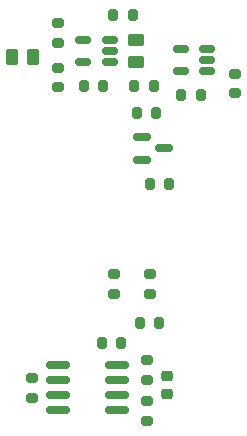
<source format=gbr>
%TF.GenerationSoftware,KiCad,Pcbnew,7.0.11-rc3*%
%TF.CreationDate,2025-03-16T23:25:47+08:00*%
%TF.ProjectId,cooling_DAQ,636f6f6c-696e-4675-9f44-41512e6b6963,rev?*%
%TF.SameCoordinates,Original*%
%TF.FileFunction,Paste,Bot*%
%TF.FilePolarity,Positive*%
%FSLAX46Y46*%
G04 Gerber Fmt 4.6, Leading zero omitted, Abs format (unit mm)*
G04 Created by KiCad (PCBNEW 7.0.11-rc3) date 2025-03-16 23:25:47*
%MOMM*%
%LPD*%
G01*
G04 APERTURE LIST*
G04 Aperture macros list*
%AMRoundRect*
0 Rectangle with rounded corners*
0 $1 Rounding radius*
0 $2 $3 $4 $5 $6 $7 $8 $9 X,Y pos of 4 corners*
0 Add a 4 corners polygon primitive as box body*
4,1,4,$2,$3,$4,$5,$6,$7,$8,$9,$2,$3,0*
0 Add four circle primitives for the rounded corners*
1,1,$1+$1,$2,$3*
1,1,$1+$1,$4,$5*
1,1,$1+$1,$6,$7*
1,1,$1+$1,$8,$9*
0 Add four rect primitives between the rounded corners*
20,1,$1+$1,$2,$3,$4,$5,0*
20,1,$1+$1,$4,$5,$6,$7,0*
20,1,$1+$1,$6,$7,$8,$9,0*
20,1,$1+$1,$8,$9,$2,$3,0*%
G04 Aperture macros list end*
%ADD10RoundRect,0.200000X-0.275000X0.200000X-0.275000X-0.200000X0.275000X-0.200000X0.275000X0.200000X0*%
%ADD11RoundRect,0.200000X0.200000X0.275000X-0.200000X0.275000X-0.200000X-0.275000X0.200000X-0.275000X0*%
%ADD12RoundRect,0.225000X0.250000X-0.225000X0.250000X0.225000X-0.250000X0.225000X-0.250000X-0.225000X0*%
%ADD13RoundRect,0.200000X-0.200000X-0.275000X0.200000X-0.275000X0.200000X0.275000X-0.200000X0.275000X0*%
%ADD14RoundRect,0.150000X0.512500X0.150000X-0.512500X0.150000X-0.512500X-0.150000X0.512500X-0.150000X0*%
%ADD15RoundRect,0.250000X0.262500X0.450000X-0.262500X0.450000X-0.262500X-0.450000X0.262500X-0.450000X0*%
%ADD16RoundRect,0.150000X-0.587500X-0.150000X0.587500X-0.150000X0.587500X0.150000X-0.587500X0.150000X0*%
%ADD17RoundRect,0.200000X0.275000X-0.200000X0.275000X0.200000X-0.275000X0.200000X-0.275000X-0.200000X0*%
%ADD18RoundRect,0.250000X-0.450000X0.262500X-0.450000X-0.262500X0.450000X-0.262500X0.450000X0.262500X0*%
%ADD19RoundRect,0.150000X-0.825000X-0.150000X0.825000X-0.150000X0.825000X0.150000X-0.825000X0.150000X0*%
G04 APERTURE END LIST*
D10*
%TO.C,R9*%
X145000000Y-102925000D03*
X145000000Y-104575000D03*
%TD*%
D11*
%TO.C,R7*%
X148825000Y-104500000D03*
X147175000Y-104500000D03*
%TD*%
D12*
%TO.C,C15*%
X154200000Y-130575000D03*
X154200000Y-129025000D03*
%TD*%
D13*
%TO.C,R6*%
X151425000Y-104500000D03*
X153075000Y-104500000D03*
%TD*%
%TO.C,R14*%
X152750000Y-112750000D03*
X154400000Y-112750000D03*
%TD*%
D14*
%TO.C,U2*%
X157637500Y-101300000D03*
X157637500Y-102250000D03*
X157637500Y-103200000D03*
X155362500Y-103200000D03*
X155362500Y-101300000D03*
%TD*%
D15*
%TO.C,C14*%
X142912500Y-102000000D03*
X141087500Y-102000000D03*
%TD*%
D13*
%TO.C,R4*%
X151925000Y-124500000D03*
X153575000Y-124500000D03*
%TD*%
%TO.C,C12*%
X149675000Y-98500000D03*
X151325000Y-98500000D03*
%TD*%
D11*
%TO.C,C17*%
X150325000Y-126250000D03*
X148675000Y-126250000D03*
%TD*%
D16*
%TO.C,Q2*%
X152062500Y-110700000D03*
X152062500Y-108800000D03*
X153937500Y-109750000D03*
%TD*%
D14*
%TO.C,U3*%
X149387500Y-100550000D03*
X149387500Y-101500000D03*
X149387500Y-102450000D03*
X147112500Y-102450000D03*
X147112500Y-100550000D03*
%TD*%
D17*
%TO.C,R2*%
X152750000Y-122075000D03*
X152750000Y-120425000D03*
%TD*%
D18*
%TO.C,C13*%
X151600000Y-100587500D03*
X151600000Y-102412500D03*
%TD*%
D11*
%TO.C,R1*%
X153325000Y-106750000D03*
X151675000Y-106750000D03*
%TD*%
D10*
%TO.C,C16*%
X142800000Y-129200000D03*
X142800000Y-130850000D03*
%TD*%
D19*
%TO.C,U4*%
X145025000Y-131905000D03*
X145025000Y-130635000D03*
X145025000Y-129365000D03*
X145025000Y-128095000D03*
X149975000Y-128095000D03*
X149975000Y-129365000D03*
X149975000Y-130635000D03*
X149975000Y-131905000D03*
%TD*%
D17*
%TO.C,R13*%
X152500000Y-129325000D03*
X152500000Y-127675000D03*
%TD*%
D11*
%TO.C,R8*%
X157075000Y-105250000D03*
X155425000Y-105250000D03*
%TD*%
D10*
%TO.C,R3*%
X149750000Y-120425000D03*
X149750000Y-122075000D03*
%TD*%
D17*
%TO.C,C11*%
X160000000Y-105075000D03*
X160000000Y-103425000D03*
%TD*%
%TO.C,R5*%
X145000000Y-100825000D03*
X145000000Y-99175000D03*
%TD*%
%TO.C,R12*%
X152500000Y-132825000D03*
X152500000Y-131175000D03*
%TD*%
M02*

</source>
